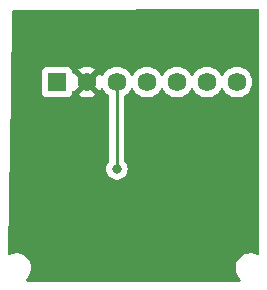
<source format=gbl>
G04 #@! TF.GenerationSoftware,KiCad,Pcbnew,7.0.10*
G04 #@! TF.CreationDate,2024-03-13T20:42:49-05:00*
G04 #@! TF.ProjectId,445_Left_Forearm,3434355f-4c65-4667-945f-466f72656172,rev?*
G04 #@! TF.SameCoordinates,Original*
G04 #@! TF.FileFunction,Copper,L2,Bot*
G04 #@! TF.FilePolarity,Positive*
%FSLAX46Y46*%
G04 Gerber Fmt 4.6, Leading zero omitted, Abs format (unit mm)*
G04 Created by KiCad (PCBNEW 7.0.10) date 2024-03-13 20:42:49*
%MOMM*%
%LPD*%
G01*
G04 APERTURE LIST*
G04 #@! TA.AperFunction,ComponentPad*
%ADD10R,1.590000X1.590000*%
G04 #@! TD*
G04 #@! TA.AperFunction,ComponentPad*
%ADD11C,1.590000*%
G04 #@! TD*
G04 #@! TA.AperFunction,ViaPad*
%ADD12C,0.800000*%
G04 #@! TD*
G04 #@! TA.AperFunction,Conductor*
%ADD13C,0.250000*%
G04 #@! TD*
G04 APERTURE END LIST*
D10*
X141224000Y-83566000D03*
D11*
X143764000Y-83566000D03*
X146304000Y-83566000D03*
X148844000Y-83566000D03*
X151384000Y-83566000D03*
X153924000Y-83566000D03*
X156464000Y-83566000D03*
D12*
X146304000Y-90932000D03*
D13*
X146304000Y-83566000D02*
X146304000Y-90932000D01*
G04 #@! TA.AperFunction,Conductor*
G36*
X158311402Y-77363036D02*
G01*
X158357478Y-77415560D01*
X158369000Y-77467758D01*
X158369000Y-98094044D01*
X158349315Y-98161083D01*
X158296511Y-98206838D01*
X158227353Y-98216782D01*
X158181401Y-98200492D01*
X158151767Y-98182787D01*
X158151764Y-98182785D01*
X158033775Y-98138503D01*
X157941023Y-98103692D01*
X157719550Y-98063500D01*
X157719547Y-98063500D01*
X157550845Y-98063500D01*
X157512399Y-98066960D01*
X157382813Y-98078622D01*
X157382807Y-98078623D01*
X157165839Y-98138503D01*
X157165826Y-98138508D01*
X156963033Y-98236167D01*
X156963025Y-98236171D01*
X156780927Y-98368473D01*
X156780925Y-98368474D01*
X156625366Y-98531176D01*
X156501363Y-98719033D01*
X156412899Y-98926004D01*
X156412895Y-98926017D01*
X156362810Y-99145457D01*
X156362808Y-99145468D01*
X156355235Y-99314105D01*
X156352710Y-99370330D01*
X156382925Y-99593387D01*
X156382926Y-99593390D01*
X156452483Y-99807465D01*
X156559146Y-100005678D01*
X156559148Y-100005681D01*
X156699489Y-100181663D01*
X156699491Y-100181664D01*
X156699492Y-100181666D01*
X156765826Y-100239620D01*
X156803359Y-100298551D01*
X156803074Y-100368420D01*
X156765059Y-100427044D01*
X156701386Y-100455809D01*
X156684240Y-100457000D01*
X138722382Y-100457000D01*
X138655343Y-100437315D01*
X138609588Y-100384511D01*
X138599644Y-100315353D01*
X138628669Y-100251797D01*
X138632756Y-100247308D01*
X138695516Y-100181666D01*
X138776632Y-100096825D01*
X138900635Y-99908968D01*
X138989103Y-99701988D01*
X139039191Y-99482537D01*
X139049290Y-99257670D01*
X139019075Y-99034613D01*
X138949517Y-98820536D01*
X138842852Y-98622319D01*
X138702508Y-98446334D01*
X138532996Y-98298235D01*
X138339764Y-98182785D01*
X138221775Y-98138503D01*
X138129023Y-98103692D01*
X137907550Y-98063500D01*
X137907547Y-98063500D01*
X137738845Y-98063500D01*
X137700399Y-98066960D01*
X137570813Y-98078622D01*
X137570807Y-98078623D01*
X137353839Y-98138503D01*
X137353830Y-98138507D01*
X137250269Y-98188378D01*
X137181328Y-98199729D01*
X137117193Y-98172006D01*
X137078229Y-98114010D01*
X137072487Y-98074609D01*
X137298991Y-84408870D01*
X139928500Y-84408870D01*
X139928501Y-84408876D01*
X139934908Y-84468483D01*
X139985202Y-84603328D01*
X139985206Y-84603335D01*
X140071452Y-84718544D01*
X140071455Y-84718547D01*
X140186664Y-84804793D01*
X140186671Y-84804797D01*
X140321517Y-84855091D01*
X140321516Y-84855091D01*
X140328444Y-84855835D01*
X140381127Y-84861500D01*
X142066872Y-84861499D01*
X142126483Y-84855091D01*
X142261331Y-84804796D01*
X142376546Y-84718546D01*
X142462796Y-84603331D01*
X142513091Y-84468483D01*
X142519500Y-84408873D01*
X142519499Y-84408441D01*
X142519527Y-84408347D01*
X142519678Y-84405547D01*
X142520338Y-84405582D01*
X142539166Y-84341400D01*
X142591958Y-84295631D01*
X142654308Y-84284884D01*
X142688564Y-84287881D01*
X143254982Y-83721463D01*
X143259906Y-83745155D01*
X143326935Y-83874514D01*
X143426379Y-83980992D01*
X143550862Y-84056692D01*
X143610227Y-84073325D01*
X143042116Y-84641435D01*
X143042116Y-84641436D01*
X143114025Y-84691786D01*
X143114027Y-84691787D01*
X143319390Y-84787549D01*
X143319399Y-84787553D01*
X143538261Y-84846196D01*
X143538272Y-84846198D01*
X143763998Y-84865947D01*
X143764002Y-84865947D01*
X143989727Y-84846198D01*
X143989738Y-84846196D01*
X144208600Y-84787553D01*
X144208609Y-84787549D01*
X144413971Y-84691788D01*
X144485882Y-84641435D01*
X143920366Y-84075918D01*
X144041969Y-84023100D01*
X144154985Y-83931154D01*
X144239003Y-83812127D01*
X144271694Y-83720141D01*
X144839435Y-84287882D01*
X144889786Y-84215973D01*
X144921341Y-84148304D01*
X144967513Y-84095865D01*
X145034707Y-84076712D01*
X145101588Y-84096927D01*
X145146106Y-84148304D01*
X145177776Y-84216221D01*
X145177780Y-84216229D01*
X145265426Y-84341400D01*
X145307798Y-84401913D01*
X145468087Y-84562202D01*
X145625624Y-84672510D01*
X145669248Y-84727085D01*
X145678500Y-84774084D01*
X145678500Y-90233312D01*
X145658815Y-90300351D01*
X145646650Y-90316284D01*
X145571466Y-90399784D01*
X145476821Y-90563715D01*
X145476818Y-90563722D01*
X145418327Y-90743740D01*
X145418326Y-90743744D01*
X145398540Y-90932000D01*
X145418326Y-91120256D01*
X145418327Y-91120259D01*
X145476818Y-91300277D01*
X145476821Y-91300284D01*
X145571467Y-91464216D01*
X145698129Y-91604888D01*
X145851265Y-91716148D01*
X145851270Y-91716151D01*
X146024192Y-91793142D01*
X146024197Y-91793144D01*
X146209354Y-91832500D01*
X146209355Y-91832500D01*
X146398644Y-91832500D01*
X146398646Y-91832500D01*
X146583803Y-91793144D01*
X146756730Y-91716151D01*
X146909871Y-91604888D01*
X147036533Y-91464216D01*
X147131179Y-91300284D01*
X147189674Y-91120256D01*
X147209460Y-90932000D01*
X147189674Y-90743744D01*
X147131179Y-90563716D01*
X147036533Y-90399784D01*
X146961350Y-90316284D01*
X146931120Y-90253292D01*
X146929500Y-90233312D01*
X146929500Y-84774084D01*
X146949185Y-84707045D01*
X146982374Y-84672511D01*
X147139913Y-84562202D01*
X147300202Y-84401913D01*
X147430222Y-84216225D01*
X147461618Y-84148896D01*
X147507790Y-84096456D01*
X147574983Y-84077304D01*
X147641865Y-84097520D01*
X147686382Y-84148896D01*
X147717776Y-84216221D01*
X147717780Y-84216229D01*
X147847794Y-84401908D01*
X147847799Y-84401914D01*
X148008085Y-84562200D01*
X148008091Y-84562205D01*
X148193770Y-84692219D01*
X148193772Y-84692220D01*
X148193775Y-84692222D01*
X148317375Y-84749857D01*
X148399213Y-84788019D01*
X148399215Y-84788019D01*
X148399220Y-84788022D01*
X148618179Y-84846692D01*
X148798835Y-84862497D01*
X148843999Y-84866449D01*
X148844000Y-84866449D01*
X148844001Y-84866449D01*
X148881636Y-84863156D01*
X149069821Y-84846692D01*
X149288780Y-84788022D01*
X149494225Y-84692222D01*
X149679913Y-84562202D01*
X149840202Y-84401913D01*
X149970222Y-84216225D01*
X150001618Y-84148896D01*
X150047790Y-84096456D01*
X150114983Y-84077304D01*
X150181865Y-84097520D01*
X150226382Y-84148896D01*
X150257776Y-84216221D01*
X150257780Y-84216229D01*
X150387794Y-84401908D01*
X150387799Y-84401914D01*
X150548085Y-84562200D01*
X150548091Y-84562205D01*
X150733770Y-84692219D01*
X150733772Y-84692220D01*
X150733775Y-84692222D01*
X150857375Y-84749857D01*
X150939213Y-84788019D01*
X150939215Y-84788019D01*
X150939220Y-84788022D01*
X151158179Y-84846692D01*
X151338835Y-84862497D01*
X151383999Y-84866449D01*
X151384000Y-84866449D01*
X151384001Y-84866449D01*
X151421636Y-84863156D01*
X151609821Y-84846692D01*
X151828780Y-84788022D01*
X152034225Y-84692222D01*
X152219913Y-84562202D01*
X152380202Y-84401913D01*
X152510222Y-84216225D01*
X152541618Y-84148896D01*
X152587790Y-84096456D01*
X152654983Y-84077304D01*
X152721865Y-84097520D01*
X152766382Y-84148896D01*
X152797776Y-84216221D01*
X152797780Y-84216229D01*
X152927794Y-84401908D01*
X152927799Y-84401914D01*
X153088085Y-84562200D01*
X153088091Y-84562205D01*
X153273770Y-84692219D01*
X153273772Y-84692220D01*
X153273775Y-84692222D01*
X153397375Y-84749857D01*
X153479213Y-84788019D01*
X153479215Y-84788019D01*
X153479220Y-84788022D01*
X153698179Y-84846692D01*
X153878835Y-84862497D01*
X153923999Y-84866449D01*
X153924000Y-84866449D01*
X153924001Y-84866449D01*
X153961636Y-84863156D01*
X154149821Y-84846692D01*
X154368780Y-84788022D01*
X154574225Y-84692222D01*
X154759913Y-84562202D01*
X154920202Y-84401913D01*
X155050222Y-84216225D01*
X155081618Y-84148896D01*
X155127790Y-84096456D01*
X155194983Y-84077304D01*
X155261865Y-84097520D01*
X155306382Y-84148896D01*
X155337776Y-84216221D01*
X155337780Y-84216229D01*
X155467794Y-84401908D01*
X155467799Y-84401914D01*
X155628085Y-84562200D01*
X155628091Y-84562205D01*
X155813770Y-84692219D01*
X155813772Y-84692220D01*
X155813775Y-84692222D01*
X155937375Y-84749857D01*
X156019213Y-84788019D01*
X156019215Y-84788019D01*
X156019220Y-84788022D01*
X156238179Y-84846692D01*
X156418835Y-84862497D01*
X156463999Y-84866449D01*
X156464000Y-84866449D01*
X156464001Y-84866449D01*
X156501636Y-84863156D01*
X156689821Y-84846692D01*
X156908780Y-84788022D01*
X157114225Y-84692222D01*
X157299913Y-84562202D01*
X157460202Y-84401913D01*
X157590222Y-84216225D01*
X157686022Y-84010780D01*
X157744692Y-83791821D01*
X157764449Y-83566000D01*
X157744692Y-83340179D01*
X157686022Y-83121220D01*
X157590222Y-82915776D01*
X157460202Y-82730087D01*
X157299913Y-82569798D01*
X157299909Y-82569795D01*
X157299908Y-82569794D01*
X157114229Y-82439780D01*
X157114221Y-82439776D01*
X156908786Y-82343980D01*
X156908772Y-82343975D01*
X156689826Y-82285309D01*
X156689816Y-82285307D01*
X156464001Y-82265551D01*
X156463999Y-82265551D01*
X156238183Y-82285307D01*
X156238173Y-82285309D01*
X156019227Y-82343975D01*
X156019220Y-82343977D01*
X156019220Y-82343978D01*
X156018208Y-82344450D01*
X155813777Y-82439777D01*
X155813775Y-82439778D01*
X155628084Y-82569799D01*
X155467799Y-82730084D01*
X155337778Y-82915775D01*
X155337777Y-82915777D01*
X155306382Y-82983105D01*
X155260209Y-83035544D01*
X155193016Y-83054696D01*
X155126135Y-83034480D01*
X155081618Y-82983105D01*
X155050222Y-82915777D01*
X155050221Y-82915775D01*
X155050220Y-82915774D01*
X154920202Y-82730087D01*
X154759913Y-82569798D01*
X154759909Y-82569795D01*
X154759908Y-82569794D01*
X154574229Y-82439780D01*
X154574221Y-82439776D01*
X154368786Y-82343980D01*
X154368772Y-82343975D01*
X154149826Y-82285309D01*
X154149816Y-82285307D01*
X153924001Y-82265551D01*
X153923999Y-82265551D01*
X153698183Y-82285307D01*
X153698173Y-82285309D01*
X153479227Y-82343975D01*
X153479220Y-82343977D01*
X153479220Y-82343978D01*
X153478208Y-82344450D01*
X153273777Y-82439777D01*
X153273775Y-82439778D01*
X153088084Y-82569799D01*
X152927799Y-82730084D01*
X152797778Y-82915775D01*
X152797777Y-82915777D01*
X152766382Y-82983105D01*
X152720209Y-83035544D01*
X152653016Y-83054696D01*
X152586135Y-83034480D01*
X152541618Y-82983105D01*
X152510222Y-82915777D01*
X152510221Y-82915775D01*
X152510220Y-82915774D01*
X152380202Y-82730087D01*
X152219913Y-82569798D01*
X152219909Y-82569795D01*
X152219908Y-82569794D01*
X152034229Y-82439780D01*
X152034221Y-82439776D01*
X151828786Y-82343980D01*
X151828772Y-82343975D01*
X151609826Y-82285309D01*
X151609816Y-82285307D01*
X151384001Y-82265551D01*
X151383999Y-82265551D01*
X151158183Y-82285307D01*
X151158173Y-82285309D01*
X150939227Y-82343975D01*
X150939220Y-82343977D01*
X150939220Y-82343978D01*
X150938208Y-82344450D01*
X150733777Y-82439777D01*
X150733775Y-82439778D01*
X150548084Y-82569799D01*
X150387799Y-82730084D01*
X150257778Y-82915775D01*
X150257777Y-82915777D01*
X150226382Y-82983105D01*
X150180209Y-83035544D01*
X150113016Y-83054696D01*
X150046135Y-83034480D01*
X150001618Y-82983105D01*
X149970222Y-82915777D01*
X149970221Y-82915775D01*
X149970220Y-82915774D01*
X149840202Y-82730087D01*
X149679913Y-82569798D01*
X149679909Y-82569795D01*
X149679908Y-82569794D01*
X149494229Y-82439780D01*
X149494221Y-82439776D01*
X149288786Y-82343980D01*
X149288772Y-82343975D01*
X149069826Y-82285309D01*
X149069816Y-82285307D01*
X148844001Y-82265551D01*
X148843999Y-82265551D01*
X148618183Y-82285307D01*
X148618173Y-82285309D01*
X148399227Y-82343975D01*
X148399220Y-82343977D01*
X148399220Y-82343978D01*
X148398208Y-82344450D01*
X148193777Y-82439777D01*
X148193775Y-82439778D01*
X148008084Y-82569799D01*
X147847799Y-82730084D01*
X147717778Y-82915775D01*
X147717777Y-82915777D01*
X147686382Y-82983105D01*
X147640209Y-83035544D01*
X147573016Y-83054696D01*
X147506135Y-83034480D01*
X147461618Y-82983105D01*
X147430222Y-82915777D01*
X147430221Y-82915775D01*
X147430220Y-82915774D01*
X147300202Y-82730087D01*
X147139913Y-82569798D01*
X147139909Y-82569795D01*
X147139908Y-82569794D01*
X146954229Y-82439780D01*
X146954221Y-82439776D01*
X146748786Y-82343980D01*
X146748772Y-82343975D01*
X146529826Y-82285309D01*
X146529816Y-82285307D01*
X146304001Y-82265551D01*
X146303999Y-82265551D01*
X146078183Y-82285307D01*
X146078173Y-82285309D01*
X145859227Y-82343975D01*
X145859220Y-82343977D01*
X145859220Y-82343978D01*
X145858208Y-82344450D01*
X145653777Y-82439777D01*
X145653775Y-82439778D01*
X145468084Y-82569799D01*
X145307799Y-82730084D01*
X145177779Y-82915774D01*
X145146106Y-82983697D01*
X145099933Y-83036136D01*
X145032739Y-83055287D01*
X144965858Y-83035071D01*
X144921342Y-82983696D01*
X144889787Y-82916027D01*
X144889785Y-82916023D01*
X144839435Y-82844117D01*
X144273016Y-83410535D01*
X144268094Y-83386845D01*
X144201065Y-83257486D01*
X144101621Y-83151008D01*
X143977138Y-83075308D01*
X143917772Y-83058674D01*
X144485882Y-82490564D01*
X144485881Y-82490563D01*
X144413974Y-82440213D01*
X144413972Y-82440212D01*
X144208609Y-82344450D01*
X144208600Y-82344446D01*
X143989738Y-82285803D01*
X143989727Y-82285801D01*
X143764002Y-82266053D01*
X143763998Y-82266053D01*
X143538272Y-82285801D01*
X143538261Y-82285803D01*
X143319399Y-82344446D01*
X143319390Y-82344450D01*
X143114027Y-82440212D01*
X143114025Y-82440213D01*
X143042117Y-82490563D01*
X143042117Y-82490564D01*
X143607634Y-83056080D01*
X143486031Y-83108900D01*
X143373015Y-83200846D01*
X143288997Y-83319873D01*
X143256305Y-83411858D01*
X142688563Y-82844116D01*
X142654305Y-82847114D01*
X142585805Y-82833347D01*
X142535623Y-82784731D01*
X142520242Y-82726405D01*
X142519900Y-82726423D01*
X142519854Y-82726429D01*
X142519853Y-82726426D01*
X142519676Y-82726436D01*
X142519529Y-82723702D01*
X142519499Y-82723586D01*
X142519499Y-82723129D01*
X142519498Y-82723123D01*
X142519497Y-82723116D01*
X142513091Y-82663517D01*
X142478136Y-82569799D01*
X142462797Y-82528671D01*
X142462793Y-82528664D01*
X142376547Y-82413455D01*
X142376544Y-82413452D01*
X142261335Y-82327206D01*
X142261328Y-82327202D01*
X142126482Y-82276908D01*
X142126483Y-82276908D01*
X142066883Y-82270501D01*
X142066881Y-82270500D01*
X142066873Y-82270500D01*
X142066864Y-82270500D01*
X140381129Y-82270500D01*
X140381123Y-82270501D01*
X140321516Y-82276908D01*
X140186671Y-82327202D01*
X140186664Y-82327206D01*
X140071455Y-82413452D01*
X140071452Y-82413455D01*
X139985206Y-82528664D01*
X139985202Y-82528671D01*
X139934908Y-82663517D01*
X139928501Y-82723116D01*
X139928501Y-82723123D01*
X139928500Y-82723135D01*
X139928500Y-84408870D01*
X137298991Y-84408870D01*
X137411979Y-77591945D01*
X137432772Y-77525241D01*
X137486327Y-77480367D01*
X137535962Y-77470000D01*
X137540950Y-77470000D01*
X137541000Y-77470000D01*
X158244246Y-77343760D01*
X158311402Y-77363036D01*
G37*
G04 #@! TD.AperFunction*
M02*

</source>
